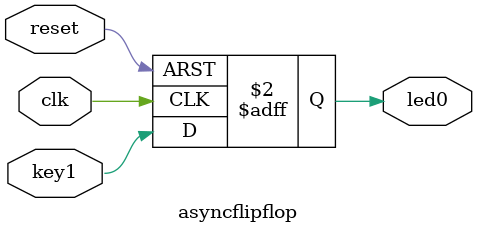
<source format=v>
module asyncflipflop(
input clk,
input reset,
input key1,
output reg led0
);
always @(posedge clk or posedge reset)begin
if(reset)
led0<=0;
else
led0<=key1;
end
endmodule
</source>
